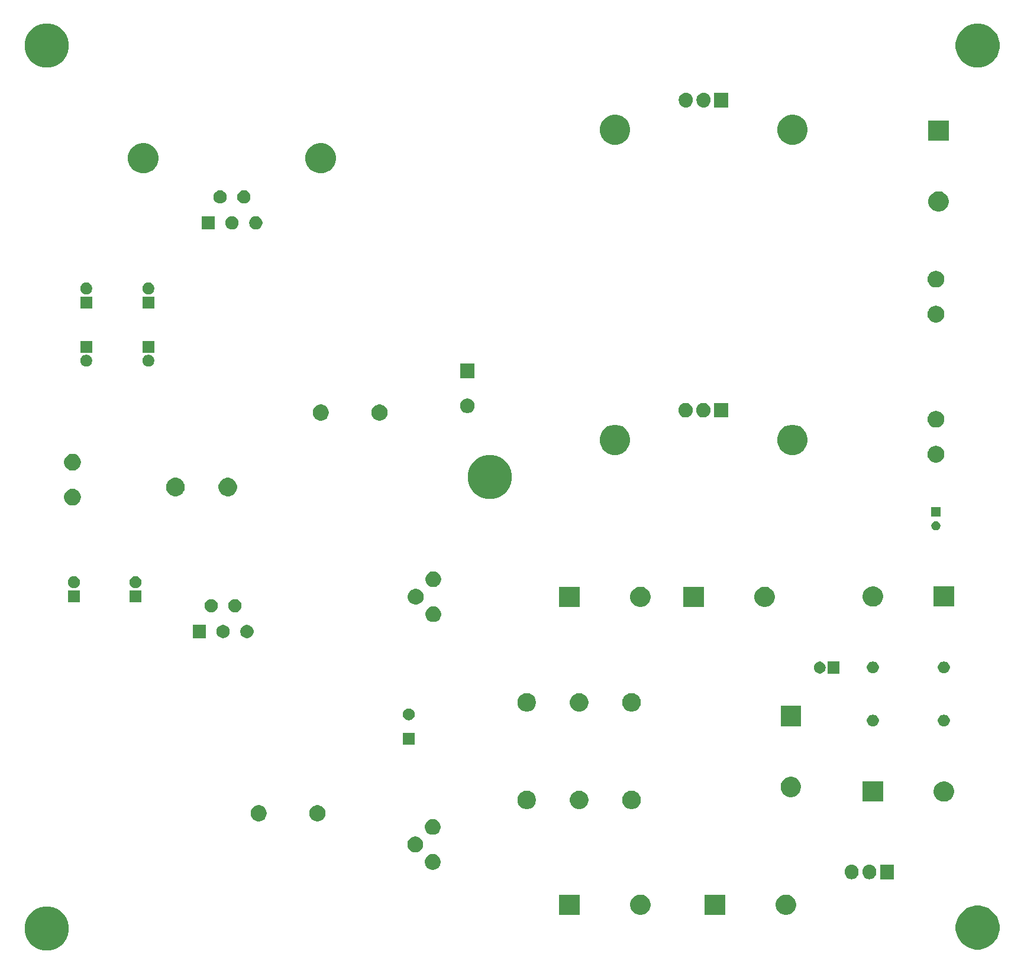
<source format=gbr>
%TF.GenerationSoftware,KiCad,Pcbnew,(5.1.6)-1*%
%TF.CreationDate,2020-07-06T22:25:42+02:00*%
%TF.ProjectId,Power_supply,506f7765-725f-4737-9570-706c792e6b69,rev?*%
%TF.SameCoordinates,PX2b5d568PYa62d478*%
%TF.FileFunction,Soldermask,Bot*%
%TF.FilePolarity,Negative*%
%FSLAX46Y46*%
G04 Gerber Fmt 4.6, Leading zero omitted, Abs format (unit mm)*
G04 Created by KiCad (PCBNEW (5.1.6)-1) date 2020-07-06 22:25:42*
%MOMM*%
%LPD*%
G01*
G04 APERTURE LIST*
%ADD10C,0.100000*%
G04 APERTURE END LIST*
D10*
G36*
X9676741Y11670028D02*
G01*
X10250005Y11432574D01*
X10765928Y11087845D01*
X11204685Y10649088D01*
X11549414Y10133165D01*
X11786868Y9559901D01*
X11907920Y8951328D01*
X11907920Y8330832D01*
X11786868Y7722259D01*
X11549414Y7148995D01*
X11204685Y6633072D01*
X10765928Y6194315D01*
X10250005Y5849586D01*
X9676741Y5612132D01*
X9068168Y5491080D01*
X8447672Y5491080D01*
X7839099Y5612132D01*
X7265835Y5849586D01*
X6749912Y6194315D01*
X6311155Y6633072D01*
X5966426Y7148995D01*
X5728972Y7722259D01*
X5607920Y8330832D01*
X5607920Y8951328D01*
X5728972Y9559901D01*
X5966426Y10133165D01*
X6311155Y10649088D01*
X6749912Y11087845D01*
X7265835Y11432574D01*
X7839099Y11670028D01*
X8447672Y11791080D01*
X9068168Y11791080D01*
X9676741Y11670028D01*
G37*
G36*
X142899741Y11797028D02*
G01*
X143473005Y11559574D01*
X143988928Y11214845D01*
X144427685Y10776088D01*
X144772414Y10260165D01*
X145009868Y9686901D01*
X145130920Y9078328D01*
X145130920Y8457832D01*
X145009868Y7849259D01*
X144772414Y7275995D01*
X144427685Y6760072D01*
X143988928Y6321315D01*
X143473005Y5976586D01*
X142899741Y5739132D01*
X142291168Y5618080D01*
X141670672Y5618080D01*
X141062099Y5739132D01*
X140488835Y5976586D01*
X139972912Y6321315D01*
X139534155Y6760072D01*
X139189426Y7275995D01*
X138951972Y7849259D01*
X138830920Y8457832D01*
X138830920Y9078328D01*
X138951972Y9686901D01*
X139189426Y10260165D01*
X139534155Y10776088D01*
X139972912Y11214845D01*
X140488835Y11559574D01*
X141062099Y11797028D01*
X141670672Y11918080D01*
X142291168Y11918080D01*
X142899741Y11797028D01*
G37*
G36*
X85010920Y10599080D02*
G01*
X82110920Y10599080D01*
X82110920Y13499080D01*
X85010920Y13499080D01*
X85010920Y10599080D01*
G37*
G36*
X105838920Y10599080D02*
G01*
X102938920Y10599080D01*
X102938920Y13499080D01*
X105838920Y13499080D01*
X105838920Y10599080D01*
G37*
G36*
X114971869Y13443357D02*
G01*
X115235753Y13334053D01*
X115473241Y13175369D01*
X115675209Y12973401D01*
X115833893Y12735913D01*
X115943197Y12472029D01*
X115998920Y12191893D01*
X115998920Y11906267D01*
X115943197Y11626131D01*
X115833893Y11362247D01*
X115675209Y11124759D01*
X115473241Y10922791D01*
X115235753Y10764107D01*
X114971869Y10654803D01*
X114691733Y10599080D01*
X114406107Y10599080D01*
X114125971Y10654803D01*
X113862087Y10764107D01*
X113624599Y10922791D01*
X113422631Y11124759D01*
X113263947Y11362247D01*
X113154643Y11626131D01*
X113098920Y11906267D01*
X113098920Y12191893D01*
X113154643Y12472029D01*
X113263947Y12735913D01*
X113422631Y12973401D01*
X113624599Y13175369D01*
X113862087Y13334053D01*
X114125971Y13443357D01*
X114406107Y13499080D01*
X114691733Y13499080D01*
X114971869Y13443357D01*
G37*
G36*
X94143869Y13443357D02*
G01*
X94407753Y13334053D01*
X94645241Y13175369D01*
X94847209Y12973401D01*
X95005893Y12735913D01*
X95115197Y12472029D01*
X95170920Y12191893D01*
X95170920Y11906267D01*
X95115197Y11626131D01*
X95005893Y11362247D01*
X94847209Y11124759D01*
X94645241Y10922791D01*
X94407753Y10764107D01*
X94143869Y10654803D01*
X93863733Y10599080D01*
X93578107Y10599080D01*
X93297971Y10654803D01*
X93034087Y10764107D01*
X92796599Y10922791D01*
X92594631Y11124759D01*
X92435947Y11362247D01*
X92326643Y11626131D01*
X92270920Y11906267D01*
X92270920Y12191893D01*
X92326643Y12472029D01*
X92435947Y12735913D01*
X92594631Y12973401D01*
X92796599Y13175369D01*
X93034087Y13334053D01*
X93297971Y13443357D01*
X93578107Y13499080D01*
X93863733Y13499080D01*
X94143869Y13443357D01*
G37*
G36*
X124145444Y17784575D02*
G01*
X124334415Y17727251D01*
X124508573Y17634162D01*
X124661225Y17508885D01*
X124786502Y17356233D01*
X124879591Y17182074D01*
X124936915Y16993103D01*
X124951420Y16845832D01*
X124951420Y16652327D01*
X124936915Y16505056D01*
X124879591Y16316085D01*
X124786502Y16141927D01*
X124661225Y15989275D01*
X124508573Y15863998D01*
X124334414Y15770909D01*
X124145443Y15713585D01*
X123948920Y15694229D01*
X123752396Y15713585D01*
X123563425Y15770909D01*
X123389267Y15863998D01*
X123236615Y15989275D01*
X123111338Y16141927D01*
X123018249Y16316086D01*
X122960925Y16505057D01*
X122946420Y16652328D01*
X122946420Y16845833D01*
X122960925Y16993104D01*
X123018249Y17182075D01*
X123111338Y17356233D01*
X123236615Y17508884D01*
X123322303Y17579206D01*
X123389266Y17634161D01*
X123418325Y17649693D01*
X123563426Y17727251D01*
X123752397Y17784575D01*
X123948920Y17803931D01*
X124145444Y17784575D01*
G37*
G36*
X126685444Y17784575D02*
G01*
X126874415Y17727251D01*
X127048573Y17634162D01*
X127201225Y17508885D01*
X127326502Y17356233D01*
X127419591Y17182074D01*
X127476915Y16993103D01*
X127491420Y16845832D01*
X127491420Y16652327D01*
X127476915Y16505056D01*
X127419591Y16316085D01*
X127326502Y16141927D01*
X127201225Y15989275D01*
X127048573Y15863998D01*
X126874414Y15770909D01*
X126685443Y15713585D01*
X126488920Y15694229D01*
X126292396Y15713585D01*
X126103425Y15770909D01*
X125929267Y15863998D01*
X125776615Y15989275D01*
X125651338Y16141927D01*
X125558249Y16316086D01*
X125500925Y16505057D01*
X125486420Y16652328D01*
X125486420Y16845833D01*
X125500925Y16993104D01*
X125558249Y17182075D01*
X125651338Y17356233D01*
X125776615Y17508884D01*
X125862303Y17579206D01*
X125929266Y17634161D01*
X125958325Y17649693D01*
X126103426Y17727251D01*
X126292397Y17784575D01*
X126488920Y17803931D01*
X126685444Y17784575D01*
G37*
G36*
X130031420Y15699080D02*
G01*
X128026420Y15699080D01*
X128026420Y17799080D01*
X130031420Y17799080D01*
X130031420Y15699080D01*
G37*
G36*
X64331070Y19264347D02*
G01*
X64535807Y19179542D01*
X64720066Y19056424D01*
X64876764Y18899726D01*
X64999882Y18715467D01*
X65084687Y18510730D01*
X65127920Y18293383D01*
X65127920Y18071777D01*
X65084687Y17854430D01*
X65032007Y17727250D01*
X64999882Y17649693D01*
X64876764Y17465434D01*
X64720066Y17308736D01*
X64535807Y17185618D01*
X64331070Y17100813D01*
X64113723Y17057580D01*
X63892117Y17057580D01*
X63674770Y17100813D01*
X63470033Y17185618D01*
X63285774Y17308736D01*
X63129076Y17465434D01*
X63005958Y17649693D01*
X62973833Y17727250D01*
X62921153Y17854430D01*
X62877920Y18071777D01*
X62877920Y18293383D01*
X62921153Y18510730D01*
X63005958Y18715467D01*
X63129076Y18899726D01*
X63285774Y19056424D01*
X63470033Y19179542D01*
X63674770Y19264347D01*
X63892117Y19307580D01*
X64113723Y19307580D01*
X64331070Y19264347D01*
G37*
G36*
X61831070Y21764347D02*
G01*
X62035807Y21679542D01*
X62220066Y21556424D01*
X62376764Y21399726D01*
X62499882Y21215467D01*
X62584687Y21010730D01*
X62627920Y20793383D01*
X62627920Y20571777D01*
X62584687Y20354430D01*
X62499882Y20149693D01*
X62376764Y19965434D01*
X62220066Y19808736D01*
X62035807Y19685618D01*
X61831070Y19600813D01*
X61613723Y19557580D01*
X61392117Y19557580D01*
X61174770Y19600813D01*
X60970033Y19685618D01*
X60785774Y19808736D01*
X60629076Y19965434D01*
X60505958Y20149693D01*
X60421153Y20354430D01*
X60377920Y20571777D01*
X60377920Y20793383D01*
X60421153Y21010730D01*
X60505958Y21215467D01*
X60629076Y21399726D01*
X60785774Y21556424D01*
X60970033Y21679542D01*
X61174770Y21764347D01*
X61392117Y21807580D01*
X61613723Y21807580D01*
X61831070Y21764347D01*
G37*
G36*
X64331070Y24264347D02*
G01*
X64535807Y24179542D01*
X64720066Y24056424D01*
X64876764Y23899726D01*
X64999882Y23715467D01*
X65084687Y23510730D01*
X65127920Y23293383D01*
X65127920Y23071777D01*
X65084687Y22854430D01*
X64999882Y22649693D01*
X64876764Y22465434D01*
X64720066Y22308736D01*
X64535807Y22185618D01*
X64331070Y22100813D01*
X64113723Y22057580D01*
X63892117Y22057580D01*
X63674770Y22100813D01*
X63470033Y22185618D01*
X63285774Y22308736D01*
X63129076Y22465434D01*
X63005958Y22649693D01*
X62921153Y22854430D01*
X62877920Y23071777D01*
X62877920Y23293383D01*
X62921153Y23510730D01*
X63005958Y23715467D01*
X63129076Y23899726D01*
X63285774Y24056424D01*
X63470033Y24179542D01*
X63674770Y24264347D01*
X63892117Y24307580D01*
X64113723Y24307580D01*
X64331070Y24264347D01*
G37*
G36*
X39428363Y26256886D02*
G01*
X39637649Y26170197D01*
X39826003Y26044343D01*
X39986183Y25884163D01*
X40112037Y25695809D01*
X40198726Y25486523D01*
X40242920Y25264344D01*
X40242920Y25037816D01*
X40198726Y24815637D01*
X40112037Y24606351D01*
X39986183Y24417997D01*
X39826003Y24257817D01*
X39637649Y24131963D01*
X39428363Y24045274D01*
X39206185Y24001080D01*
X38979655Y24001080D01*
X38757477Y24045274D01*
X38548191Y24131963D01*
X38359837Y24257817D01*
X38199657Y24417997D01*
X38073803Y24606351D01*
X37987114Y24815637D01*
X37942920Y25037816D01*
X37942920Y25264344D01*
X37987114Y25486523D01*
X38073803Y25695809D01*
X38199657Y25884163D01*
X38359837Y26044343D01*
X38548191Y26170197D01*
X38757477Y26256886D01*
X38979655Y26301080D01*
X39206185Y26301080D01*
X39428363Y26256886D01*
G37*
G36*
X47828363Y26256886D02*
G01*
X48037649Y26170197D01*
X48226003Y26044343D01*
X48386183Y25884163D01*
X48512037Y25695809D01*
X48598726Y25486523D01*
X48642920Y25264344D01*
X48642920Y25037816D01*
X48598726Y24815637D01*
X48512037Y24606351D01*
X48386183Y24417997D01*
X48226003Y24257817D01*
X48037649Y24131963D01*
X47828363Y24045274D01*
X47606185Y24001080D01*
X47379655Y24001080D01*
X47157477Y24045274D01*
X46948191Y24131963D01*
X46759837Y24257817D01*
X46599657Y24417997D01*
X46473803Y24606351D01*
X46387114Y24815637D01*
X46342920Y25037816D01*
X46342920Y25264344D01*
X46387114Y25486523D01*
X46473803Y25695809D01*
X46599657Y25884163D01*
X46759837Y26044343D01*
X46948191Y26170197D01*
X47157477Y26256886D01*
X47379655Y26301080D01*
X47606185Y26301080D01*
X47828363Y26256886D01*
G37*
G36*
X92623891Y28375632D02*
G01*
X92837408Y28333162D01*
X92989469Y28270176D01*
X93078543Y28233280D01*
X93078544Y28233279D01*
X93295559Y28088275D01*
X93480115Y27903719D01*
X93522937Y27839631D01*
X93625120Y27686703D01*
X93662016Y27597629D01*
X93725002Y27445568D01*
X93775920Y27189580D01*
X93775920Y26928580D01*
X93725002Y26672592D01*
X93662016Y26520531D01*
X93625120Y26431457D01*
X93625119Y26431456D01*
X93480115Y26214441D01*
X93295559Y26029885D01*
X93150554Y25932996D01*
X93078543Y25884880D01*
X92989469Y25847984D01*
X92837408Y25784998D01*
X92623891Y25742528D01*
X92581421Y25734080D01*
X92320419Y25734080D01*
X92277949Y25742528D01*
X92064432Y25784998D01*
X91912371Y25847984D01*
X91823297Y25884880D01*
X91751286Y25932996D01*
X91606281Y26029885D01*
X91421725Y26214441D01*
X91276721Y26431456D01*
X91276720Y26431457D01*
X91239824Y26520531D01*
X91176838Y26672592D01*
X91125920Y26928580D01*
X91125920Y27189580D01*
X91176838Y27445568D01*
X91239824Y27597629D01*
X91276720Y27686703D01*
X91378903Y27839631D01*
X91421725Y27903719D01*
X91606281Y28088275D01*
X91823296Y28233279D01*
X91823297Y28233280D01*
X91912371Y28270176D01*
X92064432Y28333162D01*
X92277949Y28375632D01*
X92320419Y28384080D01*
X92581421Y28384080D01*
X92623891Y28375632D01*
G37*
G36*
X77623891Y28375632D02*
G01*
X77837408Y28333162D01*
X77989469Y28270176D01*
X78078543Y28233280D01*
X78078544Y28233279D01*
X78295559Y28088275D01*
X78480115Y27903719D01*
X78522937Y27839631D01*
X78625120Y27686703D01*
X78662016Y27597629D01*
X78725002Y27445568D01*
X78775920Y27189580D01*
X78775920Y26928580D01*
X78725002Y26672592D01*
X78662016Y26520531D01*
X78625120Y26431457D01*
X78625119Y26431456D01*
X78480115Y26214441D01*
X78295559Y26029885D01*
X78150554Y25932996D01*
X78078543Y25884880D01*
X77989469Y25847984D01*
X77837408Y25784998D01*
X77623891Y25742528D01*
X77581421Y25734080D01*
X77320419Y25734080D01*
X77277949Y25742528D01*
X77064432Y25784998D01*
X76912371Y25847984D01*
X76823297Y25884880D01*
X76751286Y25932996D01*
X76606281Y26029885D01*
X76421725Y26214441D01*
X76276721Y26431456D01*
X76276720Y26431457D01*
X76239824Y26520531D01*
X76176838Y26672592D01*
X76125920Y26928580D01*
X76125920Y27189580D01*
X76176838Y27445568D01*
X76239824Y27597629D01*
X76276720Y27686703D01*
X76378903Y27839631D01*
X76421725Y27903719D01*
X76606281Y28088275D01*
X76823296Y28233279D01*
X76823297Y28233280D01*
X76912371Y28270176D01*
X77064432Y28333162D01*
X77277949Y28375632D01*
X77320419Y28384080D01*
X77581421Y28384080D01*
X77623891Y28375632D01*
G37*
G36*
X85123891Y28375632D02*
G01*
X85337408Y28333162D01*
X85489469Y28270176D01*
X85578543Y28233280D01*
X85578544Y28233279D01*
X85795559Y28088275D01*
X85980115Y27903719D01*
X86022937Y27839631D01*
X86125120Y27686703D01*
X86162016Y27597629D01*
X86225002Y27445568D01*
X86275920Y27189580D01*
X86275920Y26928580D01*
X86225002Y26672592D01*
X86162016Y26520531D01*
X86125120Y26431457D01*
X86125119Y26431456D01*
X85980115Y26214441D01*
X85795559Y26029885D01*
X85650554Y25932996D01*
X85578543Y25884880D01*
X85489469Y25847984D01*
X85337408Y25784998D01*
X85123891Y25742528D01*
X85081421Y25734080D01*
X84820419Y25734080D01*
X84777949Y25742528D01*
X84564432Y25784998D01*
X84412371Y25847984D01*
X84323297Y25884880D01*
X84251286Y25932996D01*
X84106281Y26029885D01*
X83921725Y26214441D01*
X83776721Y26431456D01*
X83776720Y26431457D01*
X83739824Y26520531D01*
X83676838Y26672592D01*
X83625920Y26928580D01*
X83625920Y27189580D01*
X83676838Y27445568D01*
X83739824Y27597629D01*
X83776720Y27686703D01*
X83878903Y27839631D01*
X83921725Y27903719D01*
X84106281Y28088275D01*
X84323296Y28233279D01*
X84323297Y28233280D01*
X84412371Y28270176D01*
X84564432Y28333162D01*
X84777949Y28375632D01*
X84820419Y28384080D01*
X85081421Y28384080D01*
X85123891Y28375632D01*
G37*
G36*
X128444920Y26812580D02*
G01*
X125544920Y26812580D01*
X125544920Y29712580D01*
X128444920Y29712580D01*
X128444920Y26812580D01*
G37*
G36*
X137577869Y29656857D02*
G01*
X137841753Y29547553D01*
X138079241Y29388869D01*
X138281209Y29186901D01*
X138439893Y28949413D01*
X138549197Y28685529D01*
X138604920Y28405393D01*
X138604920Y28119767D01*
X138549197Y27839631D01*
X138439893Y27575747D01*
X138281209Y27338259D01*
X138079241Y27136291D01*
X137841753Y26977607D01*
X137577869Y26868303D01*
X137297733Y26812580D01*
X137012107Y26812580D01*
X136731971Y26868303D01*
X136468087Y26977607D01*
X136230599Y27136291D01*
X136028631Y27338259D01*
X135869947Y27575747D01*
X135760643Y27839631D01*
X135704920Y28119767D01*
X135704920Y28405393D01*
X135760643Y28685529D01*
X135869947Y28949413D01*
X136028631Y29186901D01*
X136230599Y29388869D01*
X136468087Y29547553D01*
X136731971Y29656857D01*
X137012107Y29712580D01*
X137297733Y29712580D01*
X137577869Y29656857D01*
G37*
G36*
X115670369Y30312177D02*
G01*
X115934253Y30202873D01*
X116171741Y30044189D01*
X116373709Y29842221D01*
X116532393Y29604733D01*
X116641697Y29340849D01*
X116697420Y29060713D01*
X116697420Y28775087D01*
X116641697Y28494951D01*
X116532393Y28231067D01*
X116373709Y27993579D01*
X116171741Y27791611D01*
X115934253Y27632927D01*
X115670369Y27523623D01*
X115390233Y27467900D01*
X115104607Y27467900D01*
X114824471Y27523623D01*
X114560587Y27632927D01*
X114323099Y27791611D01*
X114121131Y27993579D01*
X113962447Y28231067D01*
X113853143Y28494951D01*
X113797420Y28775087D01*
X113797420Y29060713D01*
X113853143Y29340849D01*
X113962447Y29604733D01*
X114121131Y29842221D01*
X114323099Y30044189D01*
X114560587Y30202873D01*
X114824471Y30312177D01*
X115104607Y30367900D01*
X115390233Y30367900D01*
X115670369Y30312177D01*
G37*
G36*
X61423920Y34969080D02*
G01*
X59723920Y34969080D01*
X59723920Y36669080D01*
X61423920Y36669080D01*
X61423920Y34969080D01*
G37*
G36*
X137402856Y39239915D02*
G01*
X137557546Y39175840D01*
X137696764Y39082818D01*
X137815158Y38964424D01*
X137908180Y38825206D01*
X137972255Y38670516D01*
X138004920Y38506298D01*
X138004920Y38338862D01*
X137972255Y38174644D01*
X137908180Y38019954D01*
X137815158Y37880736D01*
X137696764Y37762342D01*
X137557546Y37669320D01*
X137402856Y37605245D01*
X137238638Y37572580D01*
X137071202Y37572580D01*
X136906984Y37605245D01*
X136752294Y37669320D01*
X136613076Y37762342D01*
X136494682Y37880736D01*
X136401660Y38019954D01*
X136337585Y38174644D01*
X136304920Y38338862D01*
X136304920Y38506298D01*
X136337585Y38670516D01*
X136401660Y38825206D01*
X136494682Y38964424D01*
X136613076Y39082818D01*
X136752294Y39175840D01*
X136906984Y39239915D01*
X137071202Y39272580D01*
X137238638Y39272580D01*
X137402856Y39239915D01*
G37*
G36*
X127242856Y39239915D02*
G01*
X127397546Y39175840D01*
X127536764Y39082818D01*
X127655158Y38964424D01*
X127748180Y38825206D01*
X127812255Y38670516D01*
X127844920Y38506298D01*
X127844920Y38338862D01*
X127812255Y38174644D01*
X127748180Y38019954D01*
X127655158Y37880736D01*
X127536764Y37762342D01*
X127397546Y37669320D01*
X127242856Y37605245D01*
X127078638Y37572580D01*
X126911202Y37572580D01*
X126746984Y37605245D01*
X126592294Y37669320D01*
X126453076Y37762342D01*
X126334682Y37880736D01*
X126241660Y38019954D01*
X126177585Y38174644D01*
X126144920Y38338862D01*
X126144920Y38506298D01*
X126177585Y38670516D01*
X126241660Y38825206D01*
X126334682Y38964424D01*
X126453076Y39082818D01*
X126592294Y39175840D01*
X126746984Y39239915D01*
X126911202Y39272580D01*
X127078638Y39272580D01*
X127242856Y39239915D01*
G37*
G36*
X116697420Y37627900D02*
G01*
X113797420Y37627900D01*
X113797420Y40527900D01*
X116697420Y40527900D01*
X116697420Y37627900D01*
G37*
G36*
X60821856Y40136415D02*
G01*
X60976546Y40072340D01*
X61115764Y39979318D01*
X61234158Y39860924D01*
X61327180Y39721706D01*
X61391255Y39567016D01*
X61423920Y39402798D01*
X61423920Y39235362D01*
X61391255Y39071144D01*
X61327180Y38916454D01*
X61234158Y38777236D01*
X61115764Y38658842D01*
X60976546Y38565820D01*
X60821856Y38501745D01*
X60657638Y38469080D01*
X60490202Y38469080D01*
X60325984Y38501745D01*
X60171294Y38565820D01*
X60032076Y38658842D01*
X59913682Y38777236D01*
X59820660Y38916454D01*
X59756585Y39071144D01*
X59723920Y39235362D01*
X59723920Y39402798D01*
X59756585Y39567016D01*
X59820660Y39721706D01*
X59913682Y39860924D01*
X60032076Y39979318D01*
X60171294Y40072340D01*
X60325984Y40136415D01*
X60490202Y40169080D01*
X60657638Y40169080D01*
X60821856Y40136415D01*
G37*
G36*
X85123891Y42345632D02*
G01*
X85337408Y42303162D01*
X85489469Y42240176D01*
X85578543Y42203280D01*
X85578544Y42203279D01*
X85795559Y42058275D01*
X85980115Y41873719D01*
X86077004Y41728714D01*
X86125120Y41656703D01*
X86162016Y41567629D01*
X86225002Y41415568D01*
X86275920Y41159580D01*
X86275920Y40898580D01*
X86225002Y40642592D01*
X86177494Y40527900D01*
X86125120Y40401457D01*
X86125119Y40401456D01*
X85980115Y40184441D01*
X85795559Y39999885D01*
X85650554Y39902996D01*
X85578543Y39854880D01*
X85489469Y39817984D01*
X85337408Y39754998D01*
X85123891Y39712528D01*
X85081421Y39704080D01*
X84820419Y39704080D01*
X84777949Y39712528D01*
X84564432Y39754998D01*
X84412371Y39817984D01*
X84323297Y39854880D01*
X84251286Y39902996D01*
X84106281Y39999885D01*
X83921725Y40184441D01*
X83776721Y40401456D01*
X83776720Y40401457D01*
X83724346Y40527900D01*
X83676838Y40642592D01*
X83625920Y40898580D01*
X83625920Y41159580D01*
X83676838Y41415568D01*
X83739824Y41567629D01*
X83776720Y41656703D01*
X83824836Y41728714D01*
X83921725Y41873719D01*
X84106281Y42058275D01*
X84323296Y42203279D01*
X84323297Y42203280D01*
X84412371Y42240176D01*
X84564432Y42303162D01*
X84777949Y42345632D01*
X84820419Y42354080D01*
X85081421Y42354080D01*
X85123891Y42345632D01*
G37*
G36*
X92623891Y42345632D02*
G01*
X92837408Y42303162D01*
X92989469Y42240176D01*
X93078543Y42203280D01*
X93078544Y42203279D01*
X93295559Y42058275D01*
X93480115Y41873719D01*
X93577004Y41728714D01*
X93625120Y41656703D01*
X93662016Y41567629D01*
X93725002Y41415568D01*
X93775920Y41159580D01*
X93775920Y40898580D01*
X93725002Y40642592D01*
X93677494Y40527900D01*
X93625120Y40401457D01*
X93625119Y40401456D01*
X93480115Y40184441D01*
X93295559Y39999885D01*
X93150554Y39902996D01*
X93078543Y39854880D01*
X92989469Y39817984D01*
X92837408Y39754998D01*
X92623891Y39712528D01*
X92581421Y39704080D01*
X92320419Y39704080D01*
X92277949Y39712528D01*
X92064432Y39754998D01*
X91912371Y39817984D01*
X91823297Y39854880D01*
X91751286Y39902996D01*
X91606281Y39999885D01*
X91421725Y40184441D01*
X91276721Y40401456D01*
X91276720Y40401457D01*
X91224346Y40527900D01*
X91176838Y40642592D01*
X91125920Y40898580D01*
X91125920Y41159580D01*
X91176838Y41415568D01*
X91239824Y41567629D01*
X91276720Y41656703D01*
X91324836Y41728714D01*
X91421725Y41873719D01*
X91606281Y42058275D01*
X91823296Y42203279D01*
X91823297Y42203280D01*
X91912371Y42240176D01*
X92064432Y42303162D01*
X92277949Y42345632D01*
X92320419Y42354080D01*
X92581421Y42354080D01*
X92623891Y42345632D01*
G37*
G36*
X77623891Y42345632D02*
G01*
X77837408Y42303162D01*
X77989469Y42240176D01*
X78078543Y42203280D01*
X78078544Y42203279D01*
X78295559Y42058275D01*
X78480115Y41873719D01*
X78577004Y41728714D01*
X78625120Y41656703D01*
X78662016Y41567629D01*
X78725002Y41415568D01*
X78775920Y41159580D01*
X78775920Y40898580D01*
X78725002Y40642592D01*
X78677494Y40527900D01*
X78625120Y40401457D01*
X78625119Y40401456D01*
X78480115Y40184441D01*
X78295559Y39999885D01*
X78150554Y39902996D01*
X78078543Y39854880D01*
X77989469Y39817984D01*
X77837408Y39754998D01*
X77623891Y39712528D01*
X77581421Y39704080D01*
X77320419Y39704080D01*
X77277949Y39712528D01*
X77064432Y39754998D01*
X76912371Y39817984D01*
X76823297Y39854880D01*
X76751286Y39902996D01*
X76606281Y39999885D01*
X76421725Y40184441D01*
X76276721Y40401456D01*
X76276720Y40401457D01*
X76224346Y40527900D01*
X76176838Y40642592D01*
X76125920Y40898580D01*
X76125920Y41159580D01*
X76176838Y41415568D01*
X76239824Y41567629D01*
X76276720Y41656703D01*
X76324836Y41728714D01*
X76421725Y41873719D01*
X76606281Y42058275D01*
X76823296Y42203279D01*
X76823297Y42203280D01*
X76912371Y42240176D01*
X77064432Y42303162D01*
X77277949Y42345632D01*
X77320419Y42354080D01*
X77581421Y42354080D01*
X77623891Y42345632D01*
G37*
G36*
X122231520Y45169720D02*
G01*
X120531520Y45169720D01*
X120531520Y46869720D01*
X122231520Y46869720D01*
X122231520Y45169720D01*
G37*
G36*
X119629456Y46837055D02*
G01*
X119784146Y46772980D01*
X119923364Y46679958D01*
X120041758Y46561564D01*
X120134780Y46422346D01*
X120198855Y46267656D01*
X120231520Y46103438D01*
X120231520Y45936002D01*
X120198855Y45771784D01*
X120134780Y45617094D01*
X120041758Y45477876D01*
X119923364Y45359482D01*
X119784146Y45266460D01*
X119629456Y45202385D01*
X119465238Y45169720D01*
X119297802Y45169720D01*
X119133584Y45202385D01*
X118978894Y45266460D01*
X118839676Y45359482D01*
X118721282Y45477876D01*
X118628260Y45617094D01*
X118564185Y45771784D01*
X118531520Y45936002D01*
X118531520Y46103438D01*
X118564185Y46267656D01*
X118628260Y46422346D01*
X118721282Y46561564D01*
X118839676Y46679958D01*
X118978894Y46772980D01*
X119133584Y46837055D01*
X119297802Y46869720D01*
X119465238Y46869720D01*
X119629456Y46837055D01*
G37*
G36*
X137402856Y46859915D02*
G01*
X137557546Y46795840D01*
X137696764Y46702818D01*
X137815158Y46584424D01*
X137908180Y46445206D01*
X137972255Y46290516D01*
X138004920Y46126298D01*
X138004920Y45958862D01*
X137972255Y45794644D01*
X137908180Y45639954D01*
X137815158Y45500736D01*
X137696764Y45382342D01*
X137557546Y45289320D01*
X137402856Y45225245D01*
X137238638Y45192580D01*
X137071202Y45192580D01*
X136906984Y45225245D01*
X136752294Y45289320D01*
X136613076Y45382342D01*
X136494682Y45500736D01*
X136401660Y45639954D01*
X136337585Y45794644D01*
X136304920Y45958862D01*
X136304920Y46126298D01*
X136337585Y46290516D01*
X136401660Y46445206D01*
X136494682Y46584424D01*
X136613076Y46702818D01*
X136752294Y46795840D01*
X136906984Y46859915D01*
X137071202Y46892580D01*
X137238638Y46892580D01*
X137402856Y46859915D01*
G37*
G36*
X127242856Y46859915D02*
G01*
X127397546Y46795840D01*
X127536764Y46702818D01*
X127655158Y46584424D01*
X127748180Y46445206D01*
X127812255Y46290516D01*
X127844920Y46126298D01*
X127844920Y45958862D01*
X127812255Y45794644D01*
X127748180Y45639954D01*
X127655158Y45500736D01*
X127536764Y45382342D01*
X127397546Y45289320D01*
X127242856Y45225245D01*
X127078638Y45192580D01*
X126911202Y45192580D01*
X126746984Y45225245D01*
X126592294Y45289320D01*
X126453076Y45382342D01*
X126334682Y45500736D01*
X126241660Y45639954D01*
X126177585Y45794644D01*
X126144920Y45958862D01*
X126144920Y46126298D01*
X126177585Y46290516D01*
X126241660Y46445206D01*
X126334682Y46584424D01*
X126453076Y46702818D01*
X126592294Y46795840D01*
X126746984Y46859915D01*
X126911202Y46892580D01*
X127078638Y46892580D01*
X127242856Y46859915D01*
G37*
G36*
X34279025Y52099572D02*
G01*
X34451914Y52027959D01*
X34607510Y51923993D01*
X34739833Y51791670D01*
X34843799Y51636074D01*
X34915412Y51463185D01*
X34951920Y51279647D01*
X34951920Y51092513D01*
X34915412Y50908975D01*
X34843799Y50736086D01*
X34739833Y50580490D01*
X34607510Y50448167D01*
X34451914Y50344201D01*
X34279025Y50272588D01*
X34095487Y50236080D01*
X33908353Y50236080D01*
X33724815Y50272588D01*
X33551926Y50344201D01*
X33396330Y50448167D01*
X33264007Y50580490D01*
X33160041Y50736086D01*
X33088428Y50908975D01*
X33051920Y51092513D01*
X33051920Y51279647D01*
X33088428Y51463185D01*
X33160041Y51636074D01*
X33264007Y51791670D01*
X33396330Y51923993D01*
X33551926Y52027959D01*
X33724815Y52099572D01*
X33908353Y52136080D01*
X34095487Y52136080D01*
X34279025Y52099572D01*
G37*
G36*
X37679025Y52099572D02*
G01*
X37851914Y52027959D01*
X38007510Y51923993D01*
X38139833Y51791670D01*
X38243799Y51636074D01*
X38315412Y51463185D01*
X38351920Y51279647D01*
X38351920Y51092513D01*
X38315412Y50908975D01*
X38243799Y50736086D01*
X38139833Y50580490D01*
X38007510Y50448167D01*
X37851914Y50344201D01*
X37679025Y50272588D01*
X37495487Y50236080D01*
X37308353Y50236080D01*
X37124815Y50272588D01*
X36951926Y50344201D01*
X36796330Y50448167D01*
X36664007Y50580490D01*
X36560041Y50736086D01*
X36488428Y50908975D01*
X36451920Y51092513D01*
X36451920Y51279647D01*
X36488428Y51463185D01*
X36560041Y51636074D01*
X36664007Y51791670D01*
X36796330Y51923993D01*
X36951926Y52027959D01*
X37124815Y52099572D01*
X37308353Y52136080D01*
X37495487Y52136080D01*
X37679025Y52099572D01*
G37*
G36*
X31551920Y50236080D02*
G01*
X29651920Y50236080D01*
X29651920Y52136080D01*
X31551920Y52136080D01*
X31551920Y50236080D01*
G37*
G36*
X64394570Y54744347D02*
G01*
X64527996Y54689080D01*
X64599307Y54659542D01*
X64783566Y54536424D01*
X64940264Y54379726D01*
X65006571Y54280490D01*
X65063382Y54195467D01*
X65148187Y53990730D01*
X65191420Y53773383D01*
X65191420Y53551777D01*
X65148187Y53334430D01*
X65063382Y53129693D01*
X64940264Y52945434D01*
X64783566Y52788736D01*
X64599307Y52665618D01*
X64394570Y52580813D01*
X64177223Y52537580D01*
X63955617Y52537580D01*
X63738270Y52580813D01*
X63533533Y52665618D01*
X63349274Y52788736D01*
X63192576Y52945434D01*
X63069458Y53129693D01*
X62984653Y53334430D01*
X62941420Y53551777D01*
X62941420Y53773383D01*
X62984653Y53990730D01*
X63069458Y54195467D01*
X63126269Y54280490D01*
X63192576Y54379726D01*
X63349274Y54536424D01*
X63533533Y54659542D01*
X63604844Y54689080D01*
X63738270Y54744347D01*
X63955617Y54787580D01*
X64177223Y54787580D01*
X64394570Y54744347D01*
G37*
G36*
X32579025Y55799572D02*
G01*
X32751914Y55727959D01*
X32907510Y55623993D01*
X33039833Y55491670D01*
X33143799Y55336074D01*
X33215412Y55163185D01*
X33251920Y54979647D01*
X33251920Y54792513D01*
X33215412Y54608975D01*
X33143799Y54436086D01*
X33039833Y54280490D01*
X32907510Y54148167D01*
X32751914Y54044201D01*
X32579025Y53972588D01*
X32395487Y53936080D01*
X32208353Y53936080D01*
X32024815Y53972588D01*
X31851926Y54044201D01*
X31696330Y54148167D01*
X31564007Y54280490D01*
X31460041Y54436086D01*
X31388428Y54608975D01*
X31351920Y54792513D01*
X31351920Y54979647D01*
X31388428Y55163185D01*
X31460041Y55336074D01*
X31564007Y55491670D01*
X31696330Y55623993D01*
X31851926Y55727959D01*
X32024815Y55799572D01*
X32208353Y55836080D01*
X32395487Y55836080D01*
X32579025Y55799572D01*
G37*
G36*
X35979025Y55799572D02*
G01*
X36151914Y55727959D01*
X36307510Y55623993D01*
X36439833Y55491670D01*
X36543799Y55336074D01*
X36615412Y55163185D01*
X36651920Y54979647D01*
X36651920Y54792513D01*
X36615412Y54608975D01*
X36543799Y54436086D01*
X36439833Y54280490D01*
X36307510Y54148167D01*
X36151914Y54044201D01*
X35979025Y53972588D01*
X35795487Y53936080D01*
X35608353Y53936080D01*
X35424815Y53972588D01*
X35251926Y54044201D01*
X35096330Y54148167D01*
X34964007Y54280490D01*
X34860041Y54436086D01*
X34788428Y54608975D01*
X34751920Y54792513D01*
X34751920Y54979647D01*
X34788428Y55163185D01*
X34860041Y55336074D01*
X34964007Y55491670D01*
X35096330Y55623993D01*
X35251926Y55727959D01*
X35424815Y55799572D01*
X35608353Y55836080D01*
X35795487Y55836080D01*
X35979025Y55799572D01*
G37*
G36*
X85010920Y54689080D02*
G01*
X82110920Y54689080D01*
X82110920Y57589080D01*
X85010920Y57589080D01*
X85010920Y54689080D01*
G37*
G36*
X111923869Y57533357D02*
G01*
X112187753Y57424053D01*
X112425241Y57265369D01*
X112627209Y57063401D01*
X112785893Y56825913D01*
X112895197Y56562029D01*
X112950920Y56281893D01*
X112950920Y55996267D01*
X112895197Y55716131D01*
X112785893Y55452247D01*
X112627209Y55214759D01*
X112425241Y55012791D01*
X112187753Y54854107D01*
X111923869Y54744803D01*
X111643733Y54689080D01*
X111358107Y54689080D01*
X111077971Y54744803D01*
X110814087Y54854107D01*
X110576599Y55012791D01*
X110374631Y55214759D01*
X110215947Y55452247D01*
X110106643Y55716131D01*
X110050920Y55996267D01*
X110050920Y56281893D01*
X110106643Y56562029D01*
X110215947Y56825913D01*
X110374631Y57063401D01*
X110576599Y57265369D01*
X110814087Y57424053D01*
X111077971Y57533357D01*
X111358107Y57589080D01*
X111643733Y57589080D01*
X111923869Y57533357D01*
G37*
G36*
X102790920Y54689080D02*
G01*
X99890920Y54689080D01*
X99890920Y57589080D01*
X102790920Y57589080D01*
X102790920Y54689080D01*
G37*
G36*
X94143869Y57533357D02*
G01*
X94407753Y57424053D01*
X94645241Y57265369D01*
X94847209Y57063401D01*
X95005893Y56825913D01*
X95115197Y56562029D01*
X95170920Y56281893D01*
X95170920Y55996267D01*
X95115197Y55716131D01*
X95005893Y55452247D01*
X94847209Y55214759D01*
X94645241Y55012791D01*
X94407753Y54854107D01*
X94143869Y54744803D01*
X93863733Y54689080D01*
X93578107Y54689080D01*
X93297971Y54744803D01*
X93034087Y54854107D01*
X92796599Y55012791D01*
X92594631Y55214759D01*
X92435947Y55452247D01*
X92326643Y55716131D01*
X92270920Y55996267D01*
X92270920Y56281893D01*
X92326643Y56562029D01*
X92435947Y56825913D01*
X92594631Y57063401D01*
X92796599Y57265369D01*
X93034087Y57424053D01*
X93297971Y57533357D01*
X93578107Y57589080D01*
X93863733Y57589080D01*
X94143869Y57533357D01*
G37*
G36*
X138604920Y54752580D02*
G01*
X135704920Y54752580D01*
X135704920Y57652580D01*
X138604920Y57652580D01*
X138604920Y54752580D01*
G37*
G36*
X127417869Y57596857D02*
G01*
X127681753Y57487553D01*
X127919241Y57328869D01*
X128121209Y57126901D01*
X128279893Y56889413D01*
X128389197Y56625529D01*
X128444920Y56345393D01*
X128444920Y56059767D01*
X128389197Y55779631D01*
X128279893Y55515747D01*
X128121209Y55278259D01*
X127919241Y55076291D01*
X127681753Y54917607D01*
X127417869Y54808303D01*
X127137733Y54752580D01*
X126852107Y54752580D01*
X126571971Y54808303D01*
X126308087Y54917607D01*
X126070599Y55076291D01*
X125868631Y55278259D01*
X125709947Y55515747D01*
X125600643Y55779631D01*
X125544920Y56059767D01*
X125544920Y56345393D01*
X125600643Y56625529D01*
X125709947Y56889413D01*
X125868631Y57126901D01*
X126070599Y57328869D01*
X126308087Y57487553D01*
X126571971Y57596857D01*
X126852107Y57652580D01*
X127137733Y57652580D01*
X127417869Y57596857D01*
G37*
G36*
X61894570Y57244347D02*
G01*
X62099307Y57159542D01*
X62283566Y57036424D01*
X62440264Y56879726D01*
X62476221Y56825912D01*
X62563382Y56695467D01*
X62648187Y56490730D01*
X62691420Y56273383D01*
X62691420Y56051777D01*
X62648187Y55834430D01*
X62604085Y55727959D01*
X62563382Y55629693D01*
X62440264Y55445434D01*
X62283566Y55288736D01*
X62099307Y55165618D01*
X61894570Y55080813D01*
X61677223Y55037580D01*
X61455617Y55037580D01*
X61238270Y55080813D01*
X61033533Y55165618D01*
X60849274Y55288736D01*
X60692576Y55445434D01*
X60569458Y55629693D01*
X60528755Y55727959D01*
X60484653Y55834430D01*
X60441420Y56051777D01*
X60441420Y56273383D01*
X60484653Y56490730D01*
X60569458Y56695467D01*
X60656619Y56825912D01*
X60692576Y56879726D01*
X60849274Y57036424D01*
X61033533Y57159542D01*
X61238270Y57244347D01*
X61455617Y57287580D01*
X61677223Y57287580D01*
X61894570Y57244347D01*
G37*
G36*
X22305380Y55395760D02*
G01*
X20605380Y55395760D01*
X20605380Y57095760D01*
X22305380Y57095760D01*
X22305380Y55395760D01*
G37*
G36*
X13490780Y55395760D02*
G01*
X11790780Y55395760D01*
X11790780Y57095760D01*
X13490780Y57095760D01*
X13490780Y55395760D01*
G37*
G36*
X12888716Y59063095D02*
G01*
X13043406Y58999020D01*
X13182624Y58905998D01*
X13301018Y58787604D01*
X13394040Y58648386D01*
X13458115Y58493696D01*
X13490780Y58329478D01*
X13490780Y58162042D01*
X13458115Y57997824D01*
X13394040Y57843134D01*
X13301018Y57703916D01*
X13182624Y57585522D01*
X13043406Y57492500D01*
X12888716Y57428425D01*
X12724498Y57395760D01*
X12557062Y57395760D01*
X12392844Y57428425D01*
X12238154Y57492500D01*
X12098936Y57585522D01*
X11980542Y57703916D01*
X11887520Y57843134D01*
X11823445Y57997824D01*
X11790780Y58162042D01*
X11790780Y58329478D01*
X11823445Y58493696D01*
X11887520Y58648386D01*
X11980542Y58787604D01*
X12098936Y58905998D01*
X12238154Y58999020D01*
X12392844Y59063095D01*
X12557062Y59095760D01*
X12724498Y59095760D01*
X12888716Y59063095D01*
G37*
G36*
X21703316Y59063095D02*
G01*
X21858006Y58999020D01*
X21997224Y58905998D01*
X22115618Y58787604D01*
X22208640Y58648386D01*
X22272715Y58493696D01*
X22305380Y58329478D01*
X22305380Y58162042D01*
X22272715Y57997824D01*
X22208640Y57843134D01*
X22115618Y57703916D01*
X21997224Y57585522D01*
X21858006Y57492500D01*
X21703316Y57428425D01*
X21539098Y57395760D01*
X21371662Y57395760D01*
X21207444Y57428425D01*
X21052754Y57492500D01*
X20913536Y57585522D01*
X20795142Y57703916D01*
X20702120Y57843134D01*
X20638045Y57997824D01*
X20605380Y58162042D01*
X20605380Y58329478D01*
X20638045Y58493696D01*
X20702120Y58648386D01*
X20795142Y58787604D01*
X20913536Y58905998D01*
X21052754Y58999020D01*
X21207444Y59063095D01*
X21371662Y59095760D01*
X21539098Y59095760D01*
X21703316Y59063095D01*
G37*
G36*
X64394570Y59744347D02*
G01*
X64599307Y59659542D01*
X64783566Y59536424D01*
X64940264Y59379726D01*
X65063382Y59195467D01*
X65148187Y58990730D01*
X65191420Y58773383D01*
X65191420Y58551777D01*
X65148187Y58334430D01*
X65076782Y58162044D01*
X65063382Y58129693D01*
X64940264Y57945434D01*
X64783566Y57788736D01*
X64656625Y57703917D01*
X64599307Y57665618D01*
X64394570Y57580813D01*
X64177223Y57537580D01*
X63955617Y57537580D01*
X63738270Y57580813D01*
X63533533Y57665618D01*
X63476215Y57703917D01*
X63349274Y57788736D01*
X63192576Y57945434D01*
X63069458Y58129693D01*
X63056058Y58162044D01*
X62984653Y58334430D01*
X62941420Y58551777D01*
X62941420Y58773383D01*
X62984653Y58990730D01*
X63069458Y59195467D01*
X63192576Y59379726D01*
X63349274Y59536424D01*
X63533533Y59659542D01*
X63738270Y59744347D01*
X63955617Y59787580D01*
X64177223Y59787580D01*
X64394570Y59744347D01*
G37*
G36*
X136201518Y66956101D02*
G01*
X136260664Y66931601D01*
X136319811Y66907102D01*
X136426271Y66835968D01*
X136516808Y66745431D01*
X136587942Y66638971D01*
X136636941Y66520677D01*
X136661920Y66395099D01*
X136661920Y66267061D01*
X136636941Y66141483D01*
X136587942Y66023189D01*
X136516808Y65916729D01*
X136426271Y65826192D01*
X136319811Y65755058D01*
X136260664Y65730558D01*
X136201518Y65706059D01*
X136075939Y65681080D01*
X135947901Y65681080D01*
X135822322Y65706059D01*
X135763176Y65730559D01*
X135704029Y65755058D01*
X135597569Y65826192D01*
X135507032Y65916729D01*
X135435898Y66023189D01*
X135386899Y66141483D01*
X135361920Y66267061D01*
X135361920Y66395099D01*
X135386899Y66520677D01*
X135435898Y66638971D01*
X135507032Y66745431D01*
X135597569Y66835968D01*
X135704029Y66907102D01*
X135763176Y66931602D01*
X135822322Y66956101D01*
X135947901Y66981080D01*
X136075939Y66981080D01*
X136201518Y66956101D01*
G37*
G36*
X136661920Y67681080D02*
G01*
X135361920Y67681080D01*
X135361920Y68981080D01*
X136661920Y68981080D01*
X136661920Y67681080D01*
G37*
G36*
X12789490Y71588357D02*
G01*
X13006965Y71498276D01*
X13202689Y71367497D01*
X13369137Y71201049D01*
X13499916Y71005325D01*
X13589997Y70787850D01*
X13635920Y70556977D01*
X13635920Y70321583D01*
X13589997Y70090710D01*
X13499916Y69873235D01*
X13369137Y69677511D01*
X13202689Y69511063D01*
X13006965Y69380284D01*
X12789490Y69290203D01*
X12558617Y69244280D01*
X12323223Y69244280D01*
X12092350Y69290203D01*
X11874875Y69380284D01*
X11679151Y69511063D01*
X11512703Y69677511D01*
X11381924Y69873235D01*
X11291843Y70090710D01*
X11245920Y70321583D01*
X11245920Y70556977D01*
X11291843Y70787850D01*
X11381924Y71005325D01*
X11512703Y71201049D01*
X11679151Y71367497D01*
X11874875Y71498276D01*
X12092350Y71588357D01*
X12323223Y71634280D01*
X12558617Y71634280D01*
X12789490Y71588357D01*
G37*
G36*
X73097741Y76353028D02*
G01*
X73671005Y76115574D01*
X74186928Y75770845D01*
X74625685Y75332088D01*
X74970414Y74816165D01*
X75207868Y74242901D01*
X75328920Y73634328D01*
X75328920Y73013832D01*
X75207868Y72405259D01*
X74970414Y71831995D01*
X74625685Y71316072D01*
X74186928Y70877315D01*
X73671005Y70532586D01*
X73097741Y70295132D01*
X72489168Y70174080D01*
X71868672Y70174080D01*
X71260099Y70295132D01*
X70686835Y70532586D01*
X70170912Y70877315D01*
X69732155Y71316072D01*
X69387426Y71831995D01*
X69149972Y72405259D01*
X69028920Y73013832D01*
X69028920Y73634328D01*
X69149972Y74242901D01*
X69387426Y74816165D01*
X69732155Y75332088D01*
X70170912Y75770845D01*
X70686835Y76115574D01*
X71260099Y76353028D01*
X71868672Y76474080D01*
X72489168Y76474080D01*
X73097741Y76353028D01*
G37*
G36*
X34845891Y73203632D02*
G01*
X35059408Y73161162D01*
X35211469Y73098176D01*
X35300543Y73061280D01*
X35300544Y73061279D01*
X35517559Y72916275D01*
X35702115Y72731719D01*
X35799004Y72586714D01*
X35847120Y72514703D01*
X35884016Y72425629D01*
X35947002Y72273568D01*
X35997920Y72017580D01*
X35997920Y71756580D01*
X35947002Y71500592D01*
X35884016Y71348531D01*
X35847120Y71259457D01*
X35847119Y71259456D01*
X35702115Y71042441D01*
X35517559Y70857885D01*
X35412742Y70787849D01*
X35300543Y70712880D01*
X35211469Y70675984D01*
X35059408Y70612998D01*
X34845891Y70570528D01*
X34803421Y70562080D01*
X34542419Y70562080D01*
X34499949Y70570528D01*
X34286432Y70612998D01*
X34134371Y70675984D01*
X34045297Y70712880D01*
X33933098Y70787849D01*
X33828281Y70857885D01*
X33643725Y71042441D01*
X33498721Y71259456D01*
X33498720Y71259457D01*
X33461824Y71348531D01*
X33398838Y71500592D01*
X33347920Y71756580D01*
X33347920Y72017580D01*
X33398838Y72273568D01*
X33461824Y72425629D01*
X33498720Y72514703D01*
X33546836Y72586714D01*
X33643725Y72731719D01*
X33828281Y72916275D01*
X34045296Y73061279D01*
X34045297Y73061280D01*
X34134371Y73098176D01*
X34286432Y73161162D01*
X34499949Y73203632D01*
X34542419Y73212080D01*
X34803421Y73212080D01*
X34845891Y73203632D01*
G37*
G36*
X27345891Y73203632D02*
G01*
X27559408Y73161162D01*
X27711469Y73098176D01*
X27800543Y73061280D01*
X27800544Y73061279D01*
X28017559Y72916275D01*
X28202115Y72731719D01*
X28299004Y72586714D01*
X28347120Y72514703D01*
X28384016Y72425629D01*
X28447002Y72273568D01*
X28497920Y72017580D01*
X28497920Y71756580D01*
X28447002Y71500592D01*
X28384016Y71348531D01*
X28347120Y71259457D01*
X28347119Y71259456D01*
X28202115Y71042441D01*
X28017559Y70857885D01*
X27912742Y70787849D01*
X27800543Y70712880D01*
X27711469Y70675984D01*
X27559408Y70612998D01*
X27345891Y70570528D01*
X27303421Y70562080D01*
X27042419Y70562080D01*
X26999949Y70570528D01*
X26786432Y70612998D01*
X26634371Y70675984D01*
X26545297Y70712880D01*
X26433098Y70787849D01*
X26328281Y70857885D01*
X26143725Y71042441D01*
X25998721Y71259456D01*
X25998720Y71259457D01*
X25961824Y71348531D01*
X25898838Y71500592D01*
X25847920Y71756580D01*
X25847920Y72017580D01*
X25898838Y72273568D01*
X25961824Y72425629D01*
X25998720Y72514703D01*
X26046836Y72586714D01*
X26143725Y72731719D01*
X26328281Y72916275D01*
X26545296Y73061279D01*
X26545297Y73061280D01*
X26634371Y73098176D01*
X26786432Y73161162D01*
X26999949Y73203632D01*
X27042419Y73212080D01*
X27303421Y73212080D01*
X27345891Y73203632D01*
G37*
G36*
X12789490Y76592157D02*
G01*
X13006965Y76502076D01*
X13202689Y76371297D01*
X13369137Y76204849D01*
X13499916Y76009125D01*
X13589997Y75791650D01*
X13635920Y75560777D01*
X13635920Y75325383D01*
X13589997Y75094510D01*
X13499916Y74877035D01*
X13369137Y74681311D01*
X13202689Y74514863D01*
X13006965Y74384084D01*
X12789490Y74294003D01*
X12558617Y74248080D01*
X12323223Y74248080D01*
X12092350Y74294003D01*
X11874875Y74384084D01*
X11679151Y74514863D01*
X11512703Y74681311D01*
X11381924Y74877035D01*
X11291843Y75094510D01*
X11245920Y75325383D01*
X11245920Y75560777D01*
X11291843Y75791650D01*
X11381924Y76009125D01*
X11512703Y76204849D01*
X11679151Y76371297D01*
X11874875Y76502076D01*
X12092350Y76592157D01*
X12323223Y76638080D01*
X12558617Y76638080D01*
X12789490Y76592157D01*
G37*
G36*
X136360490Y77735157D02*
G01*
X136577965Y77645076D01*
X136773689Y77514297D01*
X136940137Y77347849D01*
X137070916Y77152125D01*
X137160997Y76934650D01*
X137206920Y76703777D01*
X137206920Y76468383D01*
X137160997Y76237510D01*
X137070916Y76020035D01*
X136940137Y75824311D01*
X136773689Y75657863D01*
X136577965Y75527084D01*
X136360490Y75437003D01*
X136129617Y75391080D01*
X135894223Y75391080D01*
X135663350Y75437003D01*
X135445875Y75527084D01*
X135250151Y75657863D01*
X135083703Y75824311D01*
X134952924Y76020035D01*
X134862843Y76237510D01*
X134816920Y76468383D01*
X134816920Y76703777D01*
X134862843Y76934650D01*
X134952924Y77152125D01*
X135083703Y77347849D01*
X135250151Y77514297D01*
X135445875Y77645076D01*
X135663350Y77735157D01*
X135894223Y77781080D01*
X136129617Y77781080D01*
X136360490Y77735157D01*
G37*
G36*
X116101344Y80730496D02*
G01*
X116497169Y80566540D01*
X116853402Y80328513D01*
X117156353Y80025562D01*
X117394380Y79669329D01*
X117558336Y79273504D01*
X117641920Y78853299D01*
X117641920Y78424861D01*
X117558336Y78004656D01*
X117394380Y77608831D01*
X117156353Y77252598D01*
X116853402Y76949647D01*
X116497169Y76711620D01*
X116101344Y76547664D01*
X115681139Y76464080D01*
X115252701Y76464080D01*
X114832496Y76547664D01*
X114436671Y76711620D01*
X114080438Y76949647D01*
X113777487Y77252598D01*
X113539460Y77608831D01*
X113375504Y78004656D01*
X113291920Y78424861D01*
X113291920Y78853299D01*
X113375504Y79273504D01*
X113539460Y79669329D01*
X113777487Y80025562D01*
X114080438Y80328513D01*
X114436671Y80566540D01*
X114832496Y80730496D01*
X115252701Y80814080D01*
X115681139Y80814080D01*
X116101344Y80730496D01*
G37*
G36*
X90701344Y80730496D02*
G01*
X91097169Y80566540D01*
X91453402Y80328513D01*
X91756353Y80025562D01*
X91994380Y79669329D01*
X92158336Y79273504D01*
X92241920Y78853299D01*
X92241920Y78424861D01*
X92158336Y78004656D01*
X91994380Y77608831D01*
X91756353Y77252598D01*
X91453402Y76949647D01*
X91097169Y76711620D01*
X90701344Y76547664D01*
X90281139Y76464080D01*
X89852701Y76464080D01*
X89432496Y76547664D01*
X89036671Y76711620D01*
X88680438Y76949647D01*
X88377487Y77252598D01*
X88139460Y77608831D01*
X87975504Y78004656D01*
X87891920Y78424861D01*
X87891920Y78853299D01*
X87975504Y79273504D01*
X88139460Y79669329D01*
X88377487Y80025562D01*
X88680438Y80328513D01*
X89036671Y80566540D01*
X89432496Y80730496D01*
X89852701Y80814080D01*
X90281139Y80814080D01*
X90701344Y80730496D01*
G37*
G36*
X136360490Y82738957D02*
G01*
X136577965Y82648876D01*
X136773689Y82518097D01*
X136940137Y82351649D01*
X137070916Y82155925D01*
X137160997Y81938450D01*
X137206920Y81707577D01*
X137206920Y81472183D01*
X137160997Y81241310D01*
X137070916Y81023835D01*
X136940137Y80828111D01*
X136773689Y80661663D01*
X136577965Y80530884D01*
X136360490Y80440803D01*
X136129617Y80394880D01*
X135894223Y80394880D01*
X135663350Y80440803D01*
X135445875Y80530884D01*
X135250151Y80661663D01*
X135083703Y80828111D01*
X134952924Y81023835D01*
X134862843Y81241310D01*
X134816920Y81472183D01*
X134816920Y81707577D01*
X134862843Y81938450D01*
X134952924Y82155925D01*
X135083703Y82351649D01*
X135250151Y82518097D01*
X135445875Y82648876D01*
X135663350Y82738957D01*
X135894223Y82784880D01*
X136129617Y82784880D01*
X136360490Y82738957D01*
G37*
G36*
X48318363Y83660886D02*
G01*
X48527649Y83574197D01*
X48716003Y83448343D01*
X48876183Y83288163D01*
X49002037Y83099809D01*
X49088726Y82890523D01*
X49132920Y82668344D01*
X49132920Y82441816D01*
X49088726Y82219637D01*
X49002037Y82010351D01*
X48876183Y81821997D01*
X48716003Y81661817D01*
X48527649Y81535963D01*
X48373670Y81472183D01*
X48318363Y81449274D01*
X48096185Y81405080D01*
X47869655Y81405080D01*
X47647477Y81449274D01*
X47592170Y81472183D01*
X47438191Y81535963D01*
X47249837Y81661817D01*
X47089657Y81821997D01*
X46963803Y82010351D01*
X46877114Y82219637D01*
X46832920Y82441816D01*
X46832920Y82668344D01*
X46877114Y82890523D01*
X46963803Y83099809D01*
X47089657Y83288163D01*
X47249837Y83448343D01*
X47438191Y83574197D01*
X47647477Y83660886D01*
X47869655Y83705080D01*
X48096185Y83705080D01*
X48318363Y83660886D01*
G37*
G36*
X56718363Y83660886D02*
G01*
X56927649Y83574197D01*
X57116003Y83448343D01*
X57276183Y83288163D01*
X57402037Y83099809D01*
X57488726Y82890523D01*
X57532920Y82668344D01*
X57532920Y82441816D01*
X57488726Y82219637D01*
X57402037Y82010351D01*
X57276183Y81821997D01*
X57116003Y81661817D01*
X56927649Y81535963D01*
X56773670Y81472183D01*
X56718363Y81449274D01*
X56496185Y81405080D01*
X56269655Y81405080D01*
X56047477Y81449274D01*
X55992170Y81472183D01*
X55838191Y81535963D01*
X55649837Y81661817D01*
X55489657Y81821997D01*
X55363803Y82010351D01*
X55277114Y82219637D01*
X55232920Y82441816D01*
X55232920Y82668344D01*
X55277114Y82890523D01*
X55363803Y83099809D01*
X55489657Y83288163D01*
X55649837Y83448343D01*
X55838191Y83574197D01*
X56047477Y83660886D01*
X56269655Y83705080D01*
X56496185Y83705080D01*
X56718363Y83660886D01*
G37*
G36*
X100383444Y83924575D02*
G01*
X100572415Y83867251D01*
X100746573Y83774162D01*
X100899225Y83648885D01*
X101024502Y83496233D01*
X101117591Y83322074D01*
X101174915Y83133103D01*
X101189420Y82985832D01*
X101189420Y82792327D01*
X101174915Y82645056D01*
X101117591Y82456085D01*
X101024502Y82281927D01*
X100899225Y82129275D01*
X100746573Y82003998D01*
X100572414Y81910909D01*
X100383443Y81853585D01*
X100186920Y81834229D01*
X99990396Y81853585D01*
X99801425Y81910909D01*
X99627267Y82003998D01*
X99474615Y82129275D01*
X99349338Y82281927D01*
X99256249Y82456086D01*
X99198925Y82645057D01*
X99184420Y82792328D01*
X99184420Y82985833D01*
X99198925Y83133104D01*
X99256249Y83322075D01*
X99349338Y83496233D01*
X99474615Y83648884D01*
X99560303Y83719206D01*
X99627266Y83774161D01*
X99649754Y83786181D01*
X99801426Y83867251D01*
X99990397Y83924575D01*
X100186920Y83943931D01*
X100383444Y83924575D01*
G37*
G36*
X102923444Y83924575D02*
G01*
X103112415Y83867251D01*
X103286573Y83774162D01*
X103439225Y83648885D01*
X103564502Y83496233D01*
X103657591Y83322074D01*
X103714915Y83133103D01*
X103729420Y82985832D01*
X103729420Y82792327D01*
X103714915Y82645056D01*
X103657591Y82456085D01*
X103564502Y82281927D01*
X103439225Y82129275D01*
X103286573Y82003998D01*
X103112414Y81910909D01*
X102923443Y81853585D01*
X102726920Y81834229D01*
X102530396Y81853585D01*
X102341425Y81910909D01*
X102167267Y82003998D01*
X102014615Y82129275D01*
X101889338Y82281927D01*
X101796249Y82456086D01*
X101738925Y82645057D01*
X101724420Y82792328D01*
X101724420Y82985833D01*
X101738925Y83133104D01*
X101796249Y83322075D01*
X101889338Y83496233D01*
X102014615Y83648884D01*
X102100303Y83719206D01*
X102167266Y83774161D01*
X102189754Y83786181D01*
X102341426Y83867251D01*
X102530397Y83924575D01*
X102726920Y83943931D01*
X102923444Y83924575D01*
G37*
G36*
X106269420Y81839080D02*
G01*
X104264420Y81839080D01*
X104264420Y83939080D01*
X106269420Y83939080D01*
X106269420Y81839080D01*
G37*
G36*
X69262194Y84533730D02*
G01*
X69453282Y84454578D01*
X69625256Y84339669D01*
X69771509Y84193416D01*
X69886418Y84021442D01*
X69965570Y83830354D01*
X70005920Y83627496D01*
X70005920Y83420664D01*
X69965570Y83217806D01*
X69886418Y83026718D01*
X69771509Y82854744D01*
X69625256Y82708491D01*
X69453282Y82593582D01*
X69262194Y82514430D01*
X69059336Y82474080D01*
X68852504Y82474080D01*
X68649646Y82514430D01*
X68458558Y82593582D01*
X68286584Y82708491D01*
X68140331Y82854744D01*
X68025422Y83026718D01*
X67946270Y83217806D01*
X67905920Y83420664D01*
X67905920Y83627496D01*
X67946270Y83830354D01*
X68025422Y84021442D01*
X68140331Y84193416D01*
X68286584Y84339669D01*
X68458558Y84454578D01*
X68649646Y84533730D01*
X68852504Y84574080D01*
X69059336Y84574080D01*
X69262194Y84533730D01*
G37*
G36*
X70005920Y87474080D02*
G01*
X67905920Y87474080D01*
X67905920Y89574080D01*
X70005920Y89574080D01*
X70005920Y87474080D01*
G37*
G36*
X23552436Y90798355D02*
G01*
X23707126Y90734280D01*
X23846344Y90641258D01*
X23964738Y90522864D01*
X24057760Y90383646D01*
X24121835Y90228956D01*
X24154500Y90064738D01*
X24154500Y89897302D01*
X24121835Y89733084D01*
X24057760Y89578394D01*
X23964738Y89439176D01*
X23846344Y89320782D01*
X23707126Y89227760D01*
X23552436Y89163685D01*
X23388218Y89131020D01*
X23220782Y89131020D01*
X23056564Y89163685D01*
X22901874Y89227760D01*
X22762656Y89320782D01*
X22644262Y89439176D01*
X22551240Y89578394D01*
X22487165Y89733084D01*
X22454500Y89897302D01*
X22454500Y90064738D01*
X22487165Y90228956D01*
X22551240Y90383646D01*
X22644262Y90522864D01*
X22762656Y90641258D01*
X22901874Y90734280D01*
X23056564Y90798355D01*
X23220782Y90831020D01*
X23388218Y90831020D01*
X23552436Y90798355D01*
G37*
G36*
X14662436Y90798355D02*
G01*
X14817126Y90734280D01*
X14956344Y90641258D01*
X15074738Y90522864D01*
X15167760Y90383646D01*
X15231835Y90228956D01*
X15264500Y90064738D01*
X15264500Y89897302D01*
X15231835Y89733084D01*
X15167760Y89578394D01*
X15074738Y89439176D01*
X14956344Y89320782D01*
X14817126Y89227760D01*
X14662436Y89163685D01*
X14498218Y89131020D01*
X14330782Y89131020D01*
X14166564Y89163685D01*
X14011874Y89227760D01*
X13872656Y89320782D01*
X13754262Y89439176D01*
X13661240Y89578394D01*
X13597165Y89733084D01*
X13564500Y89897302D01*
X13564500Y90064738D01*
X13597165Y90228956D01*
X13661240Y90383646D01*
X13754262Y90522864D01*
X13872656Y90641258D01*
X14011874Y90734280D01*
X14166564Y90798355D01*
X14330782Y90831020D01*
X14498218Y90831020D01*
X14662436Y90798355D01*
G37*
G36*
X15264500Y91131020D02*
G01*
X13564500Y91131020D01*
X13564500Y92831020D01*
X15264500Y92831020D01*
X15264500Y91131020D01*
G37*
G36*
X24154500Y91131020D02*
G01*
X22454500Y91131020D01*
X22454500Y92831020D01*
X24154500Y92831020D01*
X24154500Y91131020D01*
G37*
G36*
X136360490Y97801157D02*
G01*
X136577965Y97711076D01*
X136773689Y97580297D01*
X136940137Y97413849D01*
X137070916Y97218125D01*
X137160997Y97000650D01*
X137206920Y96769777D01*
X137206920Y96534383D01*
X137160997Y96303510D01*
X137070916Y96086035D01*
X136940137Y95890311D01*
X136773689Y95723863D01*
X136577965Y95593084D01*
X136360490Y95503003D01*
X136129617Y95457080D01*
X135894223Y95457080D01*
X135663350Y95503003D01*
X135445875Y95593084D01*
X135250151Y95723863D01*
X135083703Y95890311D01*
X134952924Y96086035D01*
X134862843Y96303510D01*
X134816920Y96534383D01*
X134816920Y96769777D01*
X134862843Y97000650D01*
X134952924Y97218125D01*
X135083703Y97413849D01*
X135250151Y97580297D01*
X135445875Y97711076D01*
X135663350Y97801157D01*
X135894223Y97847080D01*
X136129617Y97847080D01*
X136360490Y97801157D01*
G37*
G36*
X24154500Y97481020D02*
G01*
X22454500Y97481020D01*
X22454500Y99181020D01*
X24154500Y99181020D01*
X24154500Y97481020D01*
G37*
G36*
X15264500Y97481020D02*
G01*
X13564500Y97481020D01*
X13564500Y99181020D01*
X15264500Y99181020D01*
X15264500Y97481020D01*
G37*
G36*
X23552436Y101148355D02*
G01*
X23707126Y101084280D01*
X23846344Y100991258D01*
X23964738Y100872864D01*
X24057760Y100733646D01*
X24121835Y100578956D01*
X24154500Y100414738D01*
X24154500Y100247302D01*
X24121835Y100083084D01*
X24057760Y99928394D01*
X23964738Y99789176D01*
X23846344Y99670782D01*
X23707126Y99577760D01*
X23552436Y99513685D01*
X23388218Y99481020D01*
X23220782Y99481020D01*
X23056564Y99513685D01*
X22901874Y99577760D01*
X22762656Y99670782D01*
X22644262Y99789176D01*
X22551240Y99928394D01*
X22487165Y100083084D01*
X22454500Y100247302D01*
X22454500Y100414738D01*
X22487165Y100578956D01*
X22551240Y100733646D01*
X22644262Y100872864D01*
X22762656Y100991258D01*
X22901874Y101084280D01*
X23056564Y101148355D01*
X23220782Y101181020D01*
X23388218Y101181020D01*
X23552436Y101148355D01*
G37*
G36*
X14662436Y101148355D02*
G01*
X14817126Y101084280D01*
X14956344Y100991258D01*
X15074738Y100872864D01*
X15167760Y100733646D01*
X15231835Y100578956D01*
X15264500Y100414738D01*
X15264500Y100247302D01*
X15231835Y100083084D01*
X15167760Y99928394D01*
X15074738Y99789176D01*
X14956344Y99670782D01*
X14817126Y99577760D01*
X14662436Y99513685D01*
X14498218Y99481020D01*
X14330782Y99481020D01*
X14166564Y99513685D01*
X14011874Y99577760D01*
X13872656Y99670782D01*
X13754262Y99789176D01*
X13661240Y99928394D01*
X13597165Y100083084D01*
X13564500Y100247302D01*
X13564500Y100414738D01*
X13597165Y100578956D01*
X13661240Y100733646D01*
X13754262Y100872864D01*
X13872656Y100991258D01*
X14011874Y101084280D01*
X14166564Y101148355D01*
X14330782Y101181020D01*
X14498218Y101181020D01*
X14662436Y101148355D01*
G37*
G36*
X136360490Y102804957D02*
G01*
X136577965Y102714876D01*
X136773689Y102584097D01*
X136940137Y102417649D01*
X137070916Y102221925D01*
X137160997Y102004450D01*
X137206920Y101773577D01*
X137206920Y101538183D01*
X137160997Y101307310D01*
X137070916Y101089835D01*
X136940137Y100894111D01*
X136773689Y100727663D01*
X136577965Y100596884D01*
X136360490Y100506803D01*
X136129617Y100460880D01*
X135894223Y100460880D01*
X135663350Y100506803D01*
X135445875Y100596884D01*
X135250151Y100727663D01*
X135083703Y100894111D01*
X134952924Y101089835D01*
X134862843Y101307310D01*
X134816920Y101538183D01*
X134816920Y101773577D01*
X134862843Y102004450D01*
X134952924Y102221925D01*
X135083703Y102417649D01*
X135250151Y102584097D01*
X135445875Y102714876D01*
X135663350Y102804957D01*
X135894223Y102850880D01*
X136129617Y102850880D01*
X136360490Y102804957D01*
G37*
G36*
X38949025Y110646572D02*
G01*
X39121914Y110574959D01*
X39277510Y110470993D01*
X39409833Y110338670D01*
X39513799Y110183074D01*
X39585412Y110010185D01*
X39621920Y109826647D01*
X39621920Y109639513D01*
X39585412Y109455975D01*
X39513799Y109283086D01*
X39409833Y109127490D01*
X39277510Y108995167D01*
X39121914Y108891201D01*
X38949025Y108819588D01*
X38765487Y108783080D01*
X38578353Y108783080D01*
X38394815Y108819588D01*
X38221926Y108891201D01*
X38066330Y108995167D01*
X37934007Y109127490D01*
X37830041Y109283086D01*
X37758428Y109455975D01*
X37721920Y109639513D01*
X37721920Y109826647D01*
X37758428Y110010185D01*
X37830041Y110183074D01*
X37934007Y110338670D01*
X38066330Y110470993D01*
X38221926Y110574959D01*
X38394815Y110646572D01*
X38578353Y110683080D01*
X38765487Y110683080D01*
X38949025Y110646572D01*
G37*
G36*
X35549025Y110646572D02*
G01*
X35721914Y110574959D01*
X35877510Y110470993D01*
X36009833Y110338670D01*
X36113799Y110183074D01*
X36185412Y110010185D01*
X36221920Y109826647D01*
X36221920Y109639513D01*
X36185412Y109455975D01*
X36113799Y109283086D01*
X36009833Y109127490D01*
X35877510Y108995167D01*
X35721914Y108891201D01*
X35549025Y108819588D01*
X35365487Y108783080D01*
X35178353Y108783080D01*
X34994815Y108819588D01*
X34821926Y108891201D01*
X34666330Y108995167D01*
X34534007Y109127490D01*
X34430041Y109283086D01*
X34358428Y109455975D01*
X34321920Y109639513D01*
X34321920Y109826647D01*
X34358428Y110010185D01*
X34430041Y110183074D01*
X34534007Y110338670D01*
X34666330Y110470993D01*
X34821926Y110574959D01*
X34994815Y110646572D01*
X35178353Y110683080D01*
X35365487Y110683080D01*
X35549025Y110646572D01*
G37*
G36*
X32821920Y108783080D02*
G01*
X30921920Y108783080D01*
X30921920Y110683080D01*
X32821920Y110683080D01*
X32821920Y108783080D01*
G37*
G36*
X136815869Y114175357D02*
G01*
X137079753Y114066053D01*
X137317241Y113907369D01*
X137519209Y113705401D01*
X137677893Y113467913D01*
X137787197Y113204029D01*
X137842920Y112923893D01*
X137842920Y112638267D01*
X137787197Y112358131D01*
X137677893Y112094247D01*
X137519209Y111856759D01*
X137317241Y111654791D01*
X137079753Y111496107D01*
X136815869Y111386803D01*
X136535733Y111331080D01*
X136250107Y111331080D01*
X135969971Y111386803D01*
X135706087Y111496107D01*
X135468599Y111654791D01*
X135266631Y111856759D01*
X135107947Y112094247D01*
X134998643Y112358131D01*
X134942920Y112638267D01*
X134942920Y112923893D01*
X134998643Y113204029D01*
X135107947Y113467913D01*
X135266631Y113705401D01*
X135468599Y113907369D01*
X135706087Y114066053D01*
X135969971Y114175357D01*
X136250107Y114231080D01*
X136535733Y114231080D01*
X136815869Y114175357D01*
G37*
G36*
X33849025Y114346572D02*
G01*
X34021914Y114274959D01*
X34177510Y114170993D01*
X34309833Y114038670D01*
X34413799Y113883074D01*
X34485412Y113710185D01*
X34521920Y113526647D01*
X34521920Y113339513D01*
X34485412Y113155975D01*
X34413799Y112983086D01*
X34309833Y112827490D01*
X34177510Y112695167D01*
X34021914Y112591201D01*
X33849025Y112519588D01*
X33665487Y112483080D01*
X33478353Y112483080D01*
X33294815Y112519588D01*
X33121926Y112591201D01*
X32966330Y112695167D01*
X32834007Y112827490D01*
X32730041Y112983086D01*
X32658428Y113155975D01*
X32621920Y113339513D01*
X32621920Y113526647D01*
X32658428Y113710185D01*
X32730041Y113883074D01*
X32834007Y114038670D01*
X32966330Y114170993D01*
X33121926Y114274959D01*
X33294815Y114346572D01*
X33478353Y114383080D01*
X33665487Y114383080D01*
X33849025Y114346572D01*
G37*
G36*
X37249025Y114346572D02*
G01*
X37421914Y114274959D01*
X37577510Y114170993D01*
X37709833Y114038670D01*
X37813799Y113883074D01*
X37885412Y113710185D01*
X37921920Y113526647D01*
X37921920Y113339513D01*
X37885412Y113155975D01*
X37813799Y112983086D01*
X37709833Y112827490D01*
X37577510Y112695167D01*
X37421914Y112591201D01*
X37249025Y112519588D01*
X37065487Y112483080D01*
X36878353Y112483080D01*
X36694815Y112519588D01*
X36521926Y112591201D01*
X36366330Y112695167D01*
X36234007Y112827490D01*
X36130041Y112983086D01*
X36058428Y113155975D01*
X36021920Y113339513D01*
X36021920Y113526647D01*
X36058428Y113710185D01*
X36130041Y113883074D01*
X36234007Y114038670D01*
X36366330Y114170993D01*
X36521926Y114274959D01*
X36694815Y114346572D01*
X36878353Y114383080D01*
X37065487Y114383080D01*
X37249025Y114346572D01*
G37*
G36*
X23206344Y121074496D02*
G01*
X23602169Y120910540D01*
X23958402Y120672513D01*
X24261353Y120369562D01*
X24499380Y120013329D01*
X24663336Y119617504D01*
X24746920Y119197299D01*
X24746920Y118768861D01*
X24663336Y118348656D01*
X24499380Y117952831D01*
X24261353Y117596598D01*
X23958402Y117293647D01*
X23602169Y117055620D01*
X23206344Y116891664D01*
X22786139Y116808080D01*
X22357701Y116808080D01*
X21937496Y116891664D01*
X21541671Y117055620D01*
X21185438Y117293647D01*
X20882487Y117596598D01*
X20644460Y117952831D01*
X20480504Y118348656D01*
X20396920Y118768861D01*
X20396920Y119197299D01*
X20480504Y119617504D01*
X20644460Y120013329D01*
X20882487Y120369562D01*
X21185438Y120672513D01*
X21541671Y120910540D01*
X21937496Y121074496D01*
X22357701Y121158080D01*
X22786139Y121158080D01*
X23206344Y121074496D01*
G37*
G36*
X48606344Y121074496D02*
G01*
X49002169Y120910540D01*
X49358402Y120672513D01*
X49661353Y120369562D01*
X49899380Y120013329D01*
X50063336Y119617504D01*
X50146920Y119197299D01*
X50146920Y118768861D01*
X50063336Y118348656D01*
X49899380Y117952831D01*
X49661353Y117596598D01*
X49358402Y117293647D01*
X49002169Y117055620D01*
X48606344Y116891664D01*
X48186139Y116808080D01*
X47757701Y116808080D01*
X47337496Y116891664D01*
X46941671Y117055620D01*
X46585438Y117293647D01*
X46282487Y117596598D01*
X46044460Y117952831D01*
X45880504Y118348656D01*
X45796920Y118768861D01*
X45796920Y119197299D01*
X45880504Y119617504D01*
X46044460Y120013329D01*
X46282487Y120369562D01*
X46585438Y120672513D01*
X46941671Y120910540D01*
X47337496Y121074496D01*
X47757701Y121158080D01*
X48186139Y121158080D01*
X48606344Y121074496D01*
G37*
G36*
X90726744Y125155096D02*
G01*
X91122569Y124991140D01*
X91478802Y124753113D01*
X91781753Y124450162D01*
X92019780Y124093929D01*
X92183736Y123698104D01*
X92267320Y123277899D01*
X92267320Y122849461D01*
X92183736Y122429256D01*
X92019780Y122033431D01*
X91781753Y121677198D01*
X91478802Y121374247D01*
X91122569Y121136220D01*
X90726744Y120972264D01*
X90306539Y120888680D01*
X89878101Y120888680D01*
X89457896Y120972264D01*
X89062071Y121136220D01*
X88705838Y121374247D01*
X88402887Y121677198D01*
X88164860Y122033431D01*
X88000904Y122429256D01*
X87917320Y122849461D01*
X87917320Y123277899D01*
X88000904Y123698104D01*
X88164860Y124093929D01*
X88402887Y124450162D01*
X88705838Y124753113D01*
X89062071Y124991140D01*
X89457896Y125155096D01*
X89878101Y125238680D01*
X90306539Y125238680D01*
X90726744Y125155096D01*
G37*
G36*
X116126744Y125155096D02*
G01*
X116522569Y124991140D01*
X116878802Y124753113D01*
X117181753Y124450162D01*
X117419780Y124093929D01*
X117583736Y123698104D01*
X117667320Y123277899D01*
X117667320Y122849461D01*
X117583736Y122429256D01*
X117419780Y122033431D01*
X117181753Y121677198D01*
X116878802Y121374247D01*
X116522569Y121136220D01*
X116126744Y120972264D01*
X115706539Y120888680D01*
X115278101Y120888680D01*
X114857896Y120972264D01*
X114462071Y121136220D01*
X114105838Y121374247D01*
X113802887Y121677198D01*
X113564860Y122033431D01*
X113400904Y122429256D01*
X113317320Y122849461D01*
X113317320Y123277899D01*
X113400904Y123698104D01*
X113564860Y124093929D01*
X113802887Y124450162D01*
X114105838Y124753113D01*
X114462071Y124991140D01*
X114857896Y125155096D01*
X115278101Y125238680D01*
X115706539Y125238680D01*
X116126744Y125155096D01*
G37*
G36*
X137842920Y121491080D02*
G01*
X134942920Y121491080D01*
X134942920Y124391080D01*
X137842920Y124391080D01*
X137842920Y121491080D01*
G37*
G36*
X100408844Y128349175D02*
G01*
X100597815Y128291851D01*
X100771973Y128198762D01*
X100924625Y128073485D01*
X101049902Y127920833D01*
X101142991Y127746674D01*
X101200315Y127557703D01*
X101214820Y127410432D01*
X101214820Y127216927D01*
X101200315Y127069656D01*
X101142991Y126880685D01*
X101049902Y126706527D01*
X100924625Y126553875D01*
X100771973Y126428598D01*
X100597814Y126335509D01*
X100408843Y126278185D01*
X100212320Y126258829D01*
X100015796Y126278185D01*
X99826825Y126335509D01*
X99652667Y126428598D01*
X99500015Y126553875D01*
X99374738Y126706527D01*
X99281649Y126880686D01*
X99224325Y127069657D01*
X99209820Y127216928D01*
X99209820Y127410433D01*
X99224325Y127557704D01*
X99281649Y127746675D01*
X99374738Y127920833D01*
X99500015Y128073484D01*
X99585703Y128143806D01*
X99652666Y128198761D01*
X99675154Y128210781D01*
X99826826Y128291851D01*
X100015797Y128349175D01*
X100212320Y128368531D01*
X100408844Y128349175D01*
G37*
G36*
X102948844Y128349175D02*
G01*
X103137815Y128291851D01*
X103311973Y128198762D01*
X103464625Y128073485D01*
X103589902Y127920833D01*
X103682991Y127746674D01*
X103740315Y127557703D01*
X103754820Y127410432D01*
X103754820Y127216927D01*
X103740315Y127069656D01*
X103682991Y126880685D01*
X103589902Y126706527D01*
X103464625Y126553875D01*
X103311973Y126428598D01*
X103137814Y126335509D01*
X102948843Y126278185D01*
X102752320Y126258829D01*
X102555796Y126278185D01*
X102366825Y126335509D01*
X102192667Y126428598D01*
X102040015Y126553875D01*
X101914738Y126706527D01*
X101821649Y126880686D01*
X101764325Y127069657D01*
X101749820Y127216928D01*
X101749820Y127410433D01*
X101764325Y127557704D01*
X101821649Y127746675D01*
X101914738Y127920833D01*
X102040015Y128073484D01*
X102125703Y128143806D01*
X102192666Y128198761D01*
X102215154Y128210781D01*
X102366826Y128291851D01*
X102555797Y128349175D01*
X102752320Y128368531D01*
X102948844Y128349175D01*
G37*
G36*
X106294820Y126263680D02*
G01*
X104289820Y126263680D01*
X104289820Y128363680D01*
X106294820Y128363680D01*
X106294820Y126263680D01*
G37*
G36*
X9676741Y138162028D02*
G01*
X10250005Y137924574D01*
X10765928Y137579845D01*
X11204685Y137141088D01*
X11549414Y136625165D01*
X11786868Y136051901D01*
X11907920Y135443328D01*
X11907920Y134822832D01*
X11786868Y134214259D01*
X11549414Y133640995D01*
X11204685Y133125072D01*
X10765928Y132686315D01*
X10250005Y132341586D01*
X9676741Y132104132D01*
X9068168Y131983080D01*
X8447672Y131983080D01*
X7839099Y132104132D01*
X7265835Y132341586D01*
X6749912Y132686315D01*
X6311155Y133125072D01*
X5966426Y133640995D01*
X5728972Y134214259D01*
X5607920Y134822832D01*
X5607920Y135443328D01*
X5728972Y136051901D01*
X5966426Y136625165D01*
X6311155Y137141088D01*
X6749912Y137579845D01*
X7265835Y137924574D01*
X7839099Y138162028D01*
X8447672Y138283080D01*
X9068168Y138283080D01*
X9676741Y138162028D01*
G37*
G36*
X142899741Y138162028D02*
G01*
X143473005Y137924574D01*
X143988928Y137579845D01*
X144427685Y137141088D01*
X144772414Y136625165D01*
X145009868Y136051901D01*
X145130920Y135443328D01*
X145130920Y134822832D01*
X145009868Y134214259D01*
X144772414Y133640995D01*
X144427685Y133125072D01*
X143988928Y132686315D01*
X143473005Y132341586D01*
X142899741Y132104132D01*
X142291168Y131983080D01*
X141670672Y131983080D01*
X141062099Y132104132D01*
X140488835Y132341586D01*
X139972912Y132686315D01*
X139534155Y133125072D01*
X139189426Y133640995D01*
X138951972Y134214259D01*
X138830920Y134822832D01*
X138830920Y135443328D01*
X138951972Y136051901D01*
X139189426Y136625165D01*
X139534155Y137141088D01*
X139972912Y137579845D01*
X140488835Y137924574D01*
X141062099Y138162028D01*
X141670672Y138283080D01*
X142291168Y138283080D01*
X142899741Y138162028D01*
G37*
M02*

</source>
